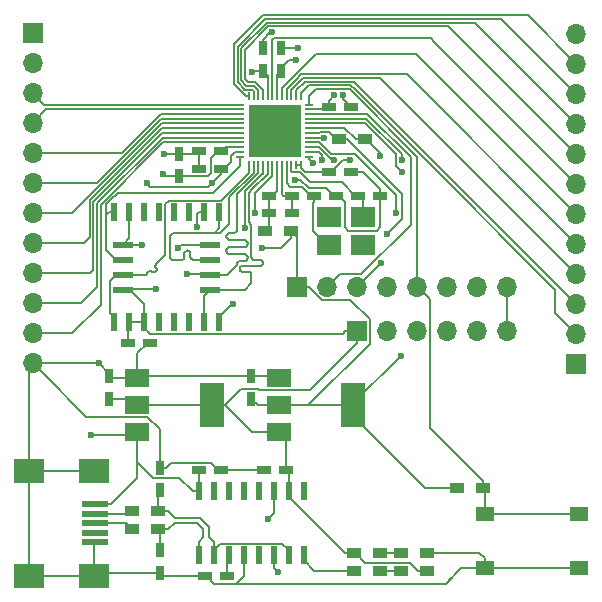
<source format=gbr>
G04 #@! TF.GenerationSoftware,KiCad,Pcbnew,(5.0.1-3-g963ef8bb5)*
G04 #@! TF.CreationDate,2018-11-25T15:30:40-05:00*
G04 #@! TF.ProjectId,fe310-dev,66653331302D6465762E6B696361645F,rev?*
G04 #@! TF.SameCoordinates,Original*
G04 #@! TF.FileFunction,Copper,L1,Top,Signal*
G04 #@! TF.FilePolarity,Positive*
%FSLAX46Y46*%
G04 Gerber Fmt 4.6, Leading zero omitted, Abs format (unit mm)*
G04 Created by KiCad (PCBNEW (5.0.1-3-g963ef8bb5)) date Sunday, November 25, 2018 at 03:30:40 PM*
%MOMM*%
%LPD*%
G01*
G04 APERTURE LIST*
G04 #@! TA.AperFunction,SMDPad,CuDef*
%ADD10R,0.600000X1.500000*%
G04 #@! TD*
G04 #@! TA.AperFunction,SMDPad,CuDef*
%ADD11R,1.200000X0.750000*%
G04 #@! TD*
G04 #@! TA.AperFunction,SMDPad,CuDef*
%ADD12R,0.750000X1.200000*%
G04 #@! TD*
G04 #@! TA.AperFunction,SMDPad,CuDef*
%ADD13R,1.200000X0.900000*%
G04 #@! TD*
G04 #@! TA.AperFunction,SMDPad,CuDef*
%ADD14R,2.500000X2.000000*%
G04 #@! TD*
G04 #@! TA.AperFunction,SMDPad,CuDef*
%ADD15R,2.300000X0.500000*%
G04 #@! TD*
G04 #@! TA.AperFunction,ComponentPad*
%ADD16O,1.700000X1.700000*%
G04 #@! TD*
G04 #@! TA.AperFunction,ComponentPad*
%ADD17R,1.700000X1.700000*%
G04 #@! TD*
G04 #@! TA.AperFunction,SMDPad,CuDef*
%ADD18R,1.550000X1.300000*%
G04 #@! TD*
G04 #@! TA.AperFunction,SMDPad,CuDef*
%ADD19R,2.000000X3.800000*%
G04 #@! TD*
G04 #@! TA.AperFunction,SMDPad,CuDef*
%ADD20R,2.000000X1.500000*%
G04 #@! TD*
G04 #@! TA.AperFunction,ViaPad*
%ADD21C,0.600000*%
G04 #@! TD*
G04 #@! TA.AperFunction,SMDPad,CuDef*
%ADD22R,4.400000X4.400000*%
G04 #@! TD*
G04 #@! TA.AperFunction,SMDPad,CuDef*
%ADD23R,0.650000X0.200000*%
G04 #@! TD*
G04 #@! TA.AperFunction,SMDPad,CuDef*
%ADD24R,0.200000X0.650000*%
G04 #@! TD*
G04 #@! TA.AperFunction,SMDPad,CuDef*
%ADD25R,1.750000X0.550000*%
G04 #@! TD*
G04 #@! TA.AperFunction,SMDPad,CuDef*
%ADD26R,2.100000X1.800000*%
G04 #@! TD*
G04 #@! TA.AperFunction,Conductor*
%ADD27C,0.150000*%
G04 #@! TD*
G04 #@! TA.AperFunction,Conductor*
%ADD28C,0.200000*%
G04 #@! TD*
G04 APERTURE END LIST*
D10*
G04 #@! TO.P,U6,16*
G04 #@! TO.N,QSPI_SCK*
X28909297Y-32159920D03*
G04 #@! TO.P,U6,15*
G04 #@! TO.N,QSPI_IO0*
X30179297Y-32159920D03*
G04 #@! TO.P,U6,14*
G04 #@! TO.N,N/C*
X31449297Y-32159920D03*
G04 #@! TO.P,U6,13*
X32719297Y-32159920D03*
G04 #@! TO.P,U6,12*
X33989297Y-32159920D03*
G04 #@! TO.P,U6,11*
X35259297Y-32159920D03*
G04 #@! TO.P,U6,10*
G04 #@! TO.N,GND*
X36529297Y-32159920D03*
G04 #@! TO.P,U6,9*
G04 #@! TO.N,QSPI_IO2*
X37799297Y-32159920D03*
G04 #@! TO.P,U6,8*
G04 #@! TO.N,QSPI_IO1*
X37799297Y-41459920D03*
G04 #@! TO.P,U6,7*
G04 #@! TO.N,QSPI_CS*
X36529297Y-41459920D03*
G04 #@! TO.P,U6,6*
G04 #@! TO.N,N/C*
X35259297Y-41459920D03*
G04 #@! TO.P,U6,5*
X33989297Y-41459920D03*
G04 #@! TO.P,U6,4*
X32719297Y-41459920D03*
G04 #@! TO.P,U6,3*
G04 #@! TO.N,+3V3*
X31449297Y-41459920D03*
G04 #@! TO.P,U6,2*
X30179297Y-41459920D03*
G04 #@! TO.P,U6,1*
G04 #@! TO.N,QSPI_IO3*
X28909297Y-41459920D03*
G04 #@! TD*
D11*
G04 #@! TO.P,C1,2*
G04 #@! TO.N,GND*
X37950000Y-54000000D03*
G04 #@! TO.P,C1,1*
G04 #@! TO.N,+5V*
X36050000Y-54000000D03*
G04 #@! TD*
G04 #@! TO.P,C2,2*
G04 #@! TO.N,GND*
X41550000Y-54000000D03*
G04 #@! TO.P,C2,1*
G04 #@! TO.N,+3V3*
X43450000Y-54000000D03*
G04 #@! TD*
D12*
G04 #@! TO.P,C3,2*
G04 #@! TO.N,GND*
X32750000Y-53800000D03*
G04 #@! TO.P,C3,1*
G04 #@! TO.N,/D-*
X32750000Y-55700000D03*
G04 #@! TD*
G04 #@! TO.P,C4,2*
G04 #@! TO.N,GND*
X28500000Y-46050000D03*
G04 #@! TO.P,C4,1*
G04 #@! TO.N,+3V3*
X28500000Y-47950000D03*
G04 #@! TD*
D11*
G04 #@! TO.P,C5,1*
G04 #@! TO.N,GND*
X36550000Y-63000000D03*
G04 #@! TO.P,C5,2*
G04 #@! TO.N,Net-(C5-Pad2)*
X38450000Y-63000000D03*
G04 #@! TD*
D12*
G04 #@! TO.P,C6,1*
G04 #@! TO.N,/D+*
X32750000Y-60800000D03*
G04 #@! TO.P,C6,2*
G04 #@! TO.N,GND*
X32750000Y-62700000D03*
G04 #@! TD*
G04 #@! TO.P,C7,2*
G04 #@! TO.N,GND*
X40500000Y-46050000D03*
G04 #@! TO.P,C7,1*
G04 #@! TO.N,+1V8*
X40500000Y-47950000D03*
G04 #@! TD*
G04 #@! TO.P,C8,2*
G04 #@! TO.N,GND*
X34400000Y-27200000D03*
G04 #@! TO.P,C8,1*
G04 #@! TO.N,+1V8*
X34400000Y-29100000D03*
G04 #@! TD*
G04 #@! TO.P,C9,1*
G04 #@! TO.N,+1V8*
X43000000Y-20200000D03*
G04 #@! TO.P,C9,2*
G04 #@! TO.N,GND*
X43000000Y-18300000D03*
G04 #@! TD*
D11*
G04 #@! TO.P,C10,1*
G04 #@! TO.N,+3V3*
X47050000Y-28750000D03*
G04 #@! TO.P,C10,2*
G04 #@! TO.N,GND*
X48950000Y-28750000D03*
G04 #@! TD*
G04 #@! TO.P,C11,1*
G04 #@! TO.N,+1V8*
X37950000Y-27000000D03*
G04 #@! TO.P,C11,2*
G04 #@! TO.N,GND*
X36050000Y-27000000D03*
G04 #@! TD*
D12*
G04 #@! TO.P,C12,2*
G04 #@! TO.N,GND*
X41500000Y-18300000D03*
G04 #@! TO.P,C12,1*
G04 #@! TO.N,+3V3*
X41500000Y-20200000D03*
G04 #@! TD*
D11*
G04 #@! TO.P,C13,1*
G04 #@! TO.N,Net-(C13-Pad1)*
X42050000Y-32250000D03*
G04 #@! TO.P,C13,2*
G04 #@! TO.N,Net-(C13-Pad2)*
X43950000Y-32250000D03*
G04 #@! TD*
G04 #@! TO.P,C14,2*
G04 #@! TO.N,GND*
X48950000Y-23250000D03*
G04 #@! TO.P,C14,1*
G04 #@! TO.N,+1V8*
X47050000Y-23250000D03*
G04 #@! TD*
G04 #@! TO.P,C15,1*
G04 #@! TO.N,+3V3*
X37950000Y-28500000D03*
G04 #@! TO.P,C15,2*
G04 #@! TO.N,GND*
X36050000Y-28500000D03*
G04 #@! TD*
G04 #@! TO.P,C16,2*
G04 #@! TO.N,Net-(C13-Pad2)*
X43950000Y-30750000D03*
G04 #@! TO.P,C16,1*
G04 #@! TO.N,Net-(C13-Pad1)*
X42050000Y-30750000D03*
G04 #@! TD*
G04 #@! TO.P,C17,1*
G04 #@! TO.N,+3V3*
X30050000Y-43200000D03*
G04 #@! TO.P,C17,2*
G04 #@! TO.N,GND*
X31950000Y-43200000D03*
G04 #@! TD*
G04 #@! TO.P,C18,2*
G04 #@! TO.N,GND*
X51450000Y-30750000D03*
G04 #@! TO.P,C18,1*
G04 #@! TO.N,Net-(C18-Pad1)*
X49550000Y-30750000D03*
G04 #@! TD*
G04 #@! TO.P,C19,1*
G04 #@! TO.N,Net-(C19-Pad1)*
X45800000Y-30750000D03*
G04 #@! TO.P,C19,2*
G04 #@! TO.N,GND*
X47700000Y-30750000D03*
G04 #@! TD*
D13*
G04 #@! TO.P,D1,2*
G04 #@! TO.N,Net-(D1-Pad2)*
X51400000Y-62500000D03*
G04 #@! TO.P,D1,1*
G04 #@! TO.N,Net-(D1-Pad1)*
X49200000Y-62500000D03*
G04 #@! TD*
D14*
G04 #@! TO.P,J1,6*
G04 #@! TO.N,GND*
X21700000Y-62950000D03*
X27200000Y-62950000D03*
X21700000Y-54050000D03*
X27200000Y-54050000D03*
D15*
G04 #@! TO.P,J1,5*
X27300000Y-60100000D03*
G04 #@! TO.P,J1,4*
G04 #@! TO.N,N/C*
X27300000Y-59300000D03*
G04 #@! TO.P,J1,3*
G04 #@! TO.N,Net-(J1-Pad3)*
X27300000Y-58500000D03*
G04 #@! TO.P,J1,2*
G04 #@! TO.N,Net-(J1-Pad2)*
X27300000Y-57700000D03*
G04 #@! TO.P,J1,1*
G04 #@! TO.N,+5V*
X27300000Y-56900000D03*
G04 #@! TD*
D16*
G04 #@! TO.P,J2,6*
G04 #@! TO.N,GND*
X62150000Y-42250000D03*
G04 #@! TO.P,J2,5*
G04 #@! TO.N,JTAG_TDI*
X59610000Y-42250000D03*
G04 #@! TO.P,J2,4*
G04 #@! TO.N,JTAG_TMS*
X57070000Y-42250000D03*
G04 #@! TO.P,J2,3*
G04 #@! TO.N,JTAG_TDO*
X54530000Y-42250000D03*
G04 #@! TO.P,J2,2*
G04 #@! TO.N,JTAG_TCK*
X51990000Y-42250000D03*
D17*
G04 #@! TO.P,J2,1*
G04 #@! TO.N,+3V3*
X49450000Y-42250000D03*
G04 #@! TD*
G04 #@! TO.P,J3,1*
G04 #@! TO.N,+3V3*
X68000000Y-45000000D03*
D16*
G04 #@! TO.P,J3,2*
G04 #@! TO.N,GPIO_0/PWM0_0*
X68000000Y-42460000D03*
G04 #@! TO.P,J3,3*
G04 #@! TO.N,GPIO_1/PWM0_1*
X68000000Y-39920000D03*
G04 #@! TO.P,J3,4*
G04 #@! TO.N,GPIO_2/SPI1_SS0/PWM0_2*
X68000000Y-37380000D03*
G04 #@! TO.P,J3,5*
G04 #@! TO.N,GPIO_3/SPI1_MOSI/PWM0_3*
X68000000Y-34840000D03*
G04 #@! TO.P,J3,6*
G04 #@! TO.N,GPIO_4/SPI1_MISO*
X68000000Y-32300000D03*
G04 #@! TO.P,J3,7*
G04 #@! TO.N,GPIO_5/SPI1_SCK*
X68000000Y-29760000D03*
G04 #@! TO.P,J3,8*
G04 #@! TO.N,GPIO_9/SPI1_SS2*
X68000000Y-27220000D03*
G04 #@! TO.P,J3,9*
G04 #@! TO.N,GPIO_10/SPI1_SS3/PWM2_0*
X68000000Y-24680000D03*
G04 #@! TO.P,J3,10*
G04 #@! TO.N,GPIO_11/PWM2_1*
X68000000Y-22140000D03*
G04 #@! TO.P,J3,11*
G04 #@! TO.N,GPIO_12/PWM2_2*
X68000000Y-19600000D03*
G04 #@! TO.P,J3,12*
G04 #@! TO.N,GND*
X68000000Y-17060000D03*
G04 #@! TD*
G04 #@! TO.P,J4,12*
G04 #@! TO.N,GND*
X22000000Y-44940000D03*
G04 #@! TO.P,J4,11*
G04 #@! TO.N,GPIO_23*
X22000000Y-42400000D03*
G04 #@! TO.P,J4,10*
G04 #@! TO.N,GPIO_22/PWM1_3*
X22000000Y-39860000D03*
G04 #@! TO.P,J4,9*
G04 #@! TO.N,GPIO_21/PWM1_2*
X22000000Y-37320000D03*
G04 #@! TO.P,J4,8*
G04 #@! TO.N,GPIO_20/PWM1_0*
X22000000Y-34780000D03*
G04 #@! TO.P,J4,7*
G04 #@! TO.N,GPIO_19/PWM1_1*
X22000000Y-32240000D03*
G04 #@! TO.P,J4,6*
G04 #@! TO.N,GPIO_18*
X22000000Y-29700000D03*
G04 #@! TO.P,J4,5*
G04 #@! TO.N,UART_TX*
X22000000Y-27160000D03*
G04 #@! TO.P,J4,4*
G04 #@! TO.N,UART_RX*
X22000000Y-24620000D03*
G04 #@! TO.P,J4,3*
G04 #@! TO.N,GPIO_13/PWM2_3*
X22000000Y-22080000D03*
G04 #@! TO.P,J4,2*
G04 #@! TO.N,+1V8*
X22000000Y-19540000D03*
D17*
G04 #@! TO.P,J4,1*
G04 #@! TO.N,+5V*
X22000000Y-17000000D03*
G04 #@! TD*
D16*
G04 #@! TO.P,J5,8*
G04 #@! TO.N,GND*
X62180000Y-38500000D03*
G04 #@! TO.P,J5,7*
G04 #@! TO.N,AON_PSD_LFCLKSEL*
X59640000Y-38500000D03*
G04 #@! TO.P,J5,6*
G04 #@! TO.N,AON_PSD_LFALTCLK*
X57100000Y-38500000D03*
G04 #@! TO.P,J5,5*
G04 #@! TO.N,AON_ERST_N*
X54560000Y-38500000D03*
G04 #@! TO.P,J5,4*
G04 #@! TO.N,AON_PMU_DWAKEUP_N*
X52020000Y-38500000D03*
G04 #@! TO.P,J5,3*
G04 #@! TO.N,AON_PMU_OUT_1*
X49480000Y-38500000D03*
G04 #@! TO.P,J5,2*
G04 #@! TO.N,AON_PMU_OUT_0*
X46940000Y-38500000D03*
D17*
G04 #@! TO.P,J5,1*
G04 #@! TO.N,+1V8*
X44400000Y-38500000D03*
G04 #@! TD*
D13*
G04 #@! TO.P,R1,1*
G04 #@! TO.N,Net-(J1-Pad3)*
X30400000Y-59000000D03*
G04 #@! TO.P,R1,2*
G04 #@! TO.N,/D+*
X32600000Y-59000000D03*
G04 #@! TD*
G04 #@! TO.P,R2,2*
G04 #@! TO.N,/D-*
X32600000Y-57500000D03*
G04 #@! TO.P,R2,1*
G04 #@! TO.N,Net-(J1-Pad2)*
X30400000Y-57500000D03*
G04 #@! TD*
G04 #@! TO.P,R3,1*
G04 #@! TO.N,+3V3*
X55400000Y-62500000D03*
G04 #@! TO.P,R3,2*
G04 #@! TO.N,Net-(D1-Pad2)*
X53200000Y-62500000D03*
G04 #@! TD*
G04 #@! TO.P,R4,2*
G04 #@! TO.N,+1V8*
X43850000Y-33750000D03*
G04 #@! TO.P,R4,1*
G04 #@! TO.N,Net-(C13-Pad1)*
X41650000Y-33750000D03*
G04 #@! TD*
G04 #@! TO.P,R5,2*
G04 #@! TO.N,AON_ERST_N*
X60100000Y-55500000D03*
G04 #@! TO.P,R5,1*
G04 #@! TO.N,+1V8*
X57900000Y-55500000D03*
G04 #@! TD*
G04 #@! TO.P,R6,1*
G04 #@! TO.N,+1V8*
X50100000Y-26000000D03*
G04 #@! TO.P,R6,2*
G04 #@! TO.N,AON_PMU_DWAKEUP_N*
X47900000Y-26000000D03*
G04 #@! TD*
D18*
G04 #@! TO.P,SW1,2*
G04 #@! TO.N,AON_ERST_N*
X60270000Y-57750000D03*
G04 #@! TO.P,SW1,1*
G04 #@! TO.N,GND*
X60270000Y-62250000D03*
X68230000Y-62250000D03*
G04 #@! TO.P,SW1,2*
G04 #@! TO.N,AON_ERST_N*
X68230000Y-57750000D03*
G04 #@! TD*
D19*
G04 #@! TO.P,U1,2*
G04 #@! TO.N,+3V3*
X37150000Y-48500000D03*
D20*
X30850000Y-48500000D03*
G04 #@! TO.P,U1,3*
G04 #@! TO.N,+5V*
X30850000Y-50800000D03*
G04 #@! TO.P,U1,1*
G04 #@! TO.N,GND*
X30850000Y-46200000D03*
G04 #@! TD*
G04 #@! TO.P,U2,1*
G04 #@! TO.N,GND*
X42850000Y-46200000D03*
G04 #@! TO.P,U2,3*
G04 #@! TO.N,+3V3*
X42850000Y-50800000D03*
G04 #@! TO.P,U2,2*
G04 #@! TO.N,+1V8*
X42850000Y-48500000D03*
D19*
X49150000Y-48500000D03*
G04 #@! TD*
D10*
G04 #@! TO.P,U3,16*
G04 #@! TO.N,+5V*
X36055000Y-55800000D03*
G04 #@! TO.P,U3,15*
G04 #@! TO.N,N/C*
X37325000Y-55800000D03*
G04 #@! TO.P,U3,14*
X38595000Y-55800000D03*
G04 #@! TO.P,U3,13*
X39865000Y-55800000D03*
G04 #@! TO.P,U3,12*
X41135000Y-55800000D03*
G04 #@! TO.P,U3,11*
G04 #@! TO.N,UART_TX*
X42405000Y-55800000D03*
G04 #@! TO.P,U3,10*
G04 #@! TO.N,+3V3*
X43675000Y-55800000D03*
G04 #@! TO.P,U3,9*
G04 #@! TO.N,N/C*
X44945000Y-55800000D03*
G04 #@! TO.P,U3,8*
G04 #@! TO.N,Net-(D1-Pad1)*
X44945000Y-61200000D03*
G04 #@! TO.P,U3,7*
G04 #@! TO.N,/D-*
X43675000Y-61200000D03*
G04 #@! TO.P,U3,6*
G04 #@! TO.N,UART_RX*
X42405000Y-61200000D03*
G04 #@! TO.P,U3,5*
G04 #@! TO.N,N/C*
X41135000Y-61200000D03*
G04 #@! TO.P,U3,4*
G04 #@! TO.N,GND*
X39865000Y-61200000D03*
G04 #@! TO.P,U3,3*
G04 #@! TO.N,Net-(C5-Pad2)*
X38595000Y-61200000D03*
G04 #@! TO.P,U3,2*
G04 #@! TO.N,/D-*
X37325000Y-61200000D03*
G04 #@! TO.P,U3,1*
G04 #@! TO.N,/D+*
X36055000Y-61200000D03*
G04 #@! TD*
D21*
G04 #@! TO.N,GND*
G04 #@! TO.C,U4*
X43233333Y-23783333D03*
X41766667Y-23783333D03*
X43966667Y-24516667D03*
X43233333Y-24516667D03*
X42500000Y-24516667D03*
X41766667Y-24516667D03*
X41033333Y-24516667D03*
X43233333Y-25250000D03*
X41766667Y-25250000D03*
X43966667Y-25983333D03*
X43233333Y-25983333D03*
X42500000Y-25983333D03*
X41766667Y-25983333D03*
X41033333Y-25983333D03*
X43233333Y-26716667D03*
X41766667Y-26716667D03*
D22*
G04 #@! TD*
G04 #@! TO.P,U4,49*
G04 #@! TO.N,GND*
X42500000Y-25250000D03*
D23*
G04 #@! TO.P,U4,48*
G04 #@! TO.N,QSPI_SCK*
X39575000Y-27450000D03*
G04 #@! TO.P,U4,47*
G04 #@! TO.N,+3V3*
X39575000Y-27050000D03*
G04 #@! TO.P,U4,46*
G04 #@! TO.N,+1V8*
X39575000Y-26650000D03*
G04 #@! TO.P,U4,45*
G04 #@! TO.N,GPIO_23*
X39575000Y-26250000D03*
G04 #@! TO.P,U4,44*
G04 #@! TO.N,GPIO_22/PWM1_3*
X39575000Y-25850000D03*
G04 #@! TO.P,U4,43*
G04 #@! TO.N,GPIO_21/PWM1_2*
X39575000Y-25450000D03*
G04 #@! TO.P,U4,42*
G04 #@! TO.N,GPIO_20/PWM1_0*
X39575000Y-25050000D03*
G04 #@! TO.P,U4,41*
G04 #@! TO.N,GPIO_19/PWM1_1*
X39575000Y-24650000D03*
G04 #@! TO.P,U4,40*
G04 #@! TO.N,GPIO_18*
X39575000Y-24250000D03*
G04 #@! TO.P,U4,39*
G04 #@! TO.N,UART_TX*
X39575000Y-23850000D03*
G04 #@! TO.P,U4,38*
G04 #@! TO.N,UART_RX*
X39575000Y-23450000D03*
G04 #@! TO.P,U4,37*
G04 #@! TO.N,GPIO_13/PWM2_3*
X39575000Y-23050000D03*
D24*
G04 #@! TO.P,U4,36*
G04 #@! TO.N,GPIO_12/PWM2_2*
X40300000Y-22325000D03*
G04 #@! TO.P,U4,35*
G04 #@! TO.N,GPIO_11/PWM2_1*
X40700000Y-22325000D03*
G04 #@! TO.P,U4,34*
G04 #@! TO.N,GPIO_10/SPI1_SS3/PWM2_0*
X41100000Y-22325000D03*
G04 #@! TO.P,U4,33*
G04 #@! TO.N,GPIO_9/SPI1_SS2*
X41500000Y-22325000D03*
G04 #@! TO.P,U4,32*
G04 #@! TO.N,+3V3*
X41900000Y-22325000D03*
G04 #@! TO.P,U4,31*
G04 #@! TO.N,GPIO_5/SPI1_SCK*
X42300000Y-22325000D03*
G04 #@! TO.P,U4,30*
G04 #@! TO.N,+1V8*
X42700000Y-22325000D03*
G04 #@! TO.P,U4,29*
G04 #@! TO.N,GPIO_4/SPI1_MISO*
X43100000Y-22325000D03*
G04 #@! TO.P,U4,28*
G04 #@! TO.N,GPIO_3/SPI1_MOSI/PWM0_3*
X43500000Y-22325000D03*
G04 #@! TO.P,U4,27*
G04 #@! TO.N,GPIO_2/SPI1_SS0/PWM0_2*
X43900000Y-22325000D03*
G04 #@! TO.P,U4,26*
G04 #@! TO.N,GPIO_1/PWM0_1*
X44300000Y-22325000D03*
G04 #@! TO.P,U4,25*
G04 #@! TO.N,GPIO_0/PWM0_0*
X44700000Y-22325000D03*
D23*
G04 #@! TO.P,U4,24*
G04 #@! TO.N,AON_ERST_N*
X45425000Y-23050000D03*
G04 #@! TO.P,U4,23*
G04 #@! TO.N,+1V8*
X45425000Y-23450000D03*
G04 #@! TO.P,U4,22*
G04 #@! TO.N,AON_PMU_OUT_0*
X45425000Y-23850000D03*
G04 #@! TO.P,U4,21*
G04 #@! TO.N,AON_PSD_LFCLKSEL*
X45425000Y-24250000D03*
G04 #@! TO.P,U4,20*
G04 #@! TO.N,AON_PSD_LFALTCLK*
X45425000Y-24650000D03*
G04 #@! TO.P,U4,19*
G04 #@! TO.N,+1V8*
X45425000Y-25050000D03*
G04 #@! TO.P,U4,18*
G04 #@! TO.N,AON_PMU_DWAKEUP_N*
X45425000Y-25450000D03*
G04 #@! TO.P,U4,17*
G04 #@! TO.N,AON_PMU_OUT_1*
X45425000Y-25850000D03*
G04 #@! TO.P,U4,16*
G04 #@! TO.N,JTAG_TDI*
X45425000Y-26250000D03*
G04 #@! TO.P,U4,15*
G04 #@! TO.N,JTAG_TMS*
X45425000Y-26650000D03*
G04 #@! TO.P,U4,14*
G04 #@! TO.N,JTAG_TDO*
X45425000Y-27050000D03*
G04 #@! TO.P,U4,13*
G04 #@! TO.N,JTAG_TCK*
X45425000Y-27450000D03*
D24*
G04 #@! TO.P,U4,12*
G04 #@! TO.N,+3V3*
X44700000Y-28175000D03*
G04 #@! TO.P,U4,11*
X44300000Y-28175000D03*
G04 #@! TO.P,U4,10*
G04 #@! TO.N,Net-(C18-Pad1)*
X43900000Y-28175000D03*
G04 #@! TO.P,U4,9*
G04 #@! TO.N,Net-(C19-Pad1)*
X43500000Y-28175000D03*
G04 #@! TO.P,U4,8*
G04 #@! TO.N,Net-(C13-Pad2)*
X43100000Y-28175000D03*
G04 #@! TO.P,U4,7*
G04 #@! TO.N,Net-(C13-Pad1)*
X42700000Y-28175000D03*
G04 #@! TO.P,U4,6*
G04 #@! TO.N,+1V8*
X42300000Y-28175000D03*
G04 #@! TO.P,U4,5*
G04 #@! TO.N,QSPI_CS*
X41900000Y-28175000D03*
G04 #@! TO.P,U4,4*
G04 #@! TO.N,QSPI_IO0*
X41500000Y-28175000D03*
G04 #@! TO.P,U4,3*
G04 #@! TO.N,QSPI_IO1*
X41100000Y-28175000D03*
G04 #@! TO.P,U4,2*
G04 #@! TO.N,QSPI_IO2*
X40700000Y-28175000D03*
G04 #@! TO.P,U4,1*
G04 #@! TO.N,QSPI_IO3*
X40300000Y-28175000D03*
G04 #@! TD*
D25*
G04 #@! TO.P,U5,8*
G04 #@! TO.N,+3V3*
X29654297Y-38714920D03*
G04 #@! TO.P,U5,7*
G04 #@! TO.N,QSPI_IO3*
X29654297Y-37444920D03*
G04 #@! TO.P,U5,6*
G04 #@! TO.N,QSPI_SCK*
X29654297Y-36174920D03*
G04 #@! TO.P,U5,5*
G04 #@! TO.N,QSPI_IO0*
X29654297Y-34904920D03*
G04 #@! TO.P,U5,4*
G04 #@! TO.N,GND*
X37054297Y-34904920D03*
G04 #@! TO.P,U5,3*
G04 #@! TO.N,QSPI_IO2*
X37054297Y-36174920D03*
G04 #@! TO.P,U5,2*
G04 #@! TO.N,QSPI_IO1*
X37054297Y-37444920D03*
G04 #@! TO.P,U5,1*
G04 #@! TO.N,QSPI_CS*
X37054297Y-38714920D03*
G04 #@! TD*
D26*
G04 #@! TO.P,Y1,4*
G04 #@! TO.N,N/C*
X47050000Y-32600000D03*
G04 #@! TO.P,Y1,3*
G04 #@! TO.N,Net-(C18-Pad1)*
X49950000Y-32600000D03*
G04 #@! TO.P,Y1,2*
G04 #@! TO.N,N/C*
X49950000Y-34900000D03*
G04 #@! TO.P,Y1,1*
G04 #@! TO.N,Net-(C19-Pad1)*
X47050000Y-34900000D03*
G04 #@! TD*
D13*
G04 #@! TO.P,D2,2*
G04 #@! TO.N,+3V3*
X49200000Y-61000000D03*
G04 #@! TO.P,D2,1*
G04 #@! TO.N,Net-(D2-Pad1)*
X51400000Y-61000000D03*
G04 #@! TD*
G04 #@! TO.P,R7,2*
G04 #@! TO.N,GND*
X55400000Y-61000000D03*
G04 #@! TO.P,R7,1*
G04 #@! TO.N,Net-(D2-Pad1)*
X53200000Y-61000000D03*
G04 #@! TD*
D21*
G04 #@! TO.N,GND*
X35900000Y-33375000D03*
X34300000Y-35200000D03*
X42250000Y-16925030D03*
X44450000Y-18250000D03*
X48300000Y-22275000D03*
X27615000Y-44940000D03*
X33100000Y-27250000D03*
X44250000Y-29400000D03*
G04 #@! TO.N,+5V*
X26900000Y-51000000D03*
G04 #@! TO.N,+3V3*
X40550000Y-20250000D03*
X37150000Y-29700000D03*
X32450000Y-38700000D03*
X31649998Y-29700000D03*
X48900000Y-27749999D03*
G04 #@! TO.N,+1V8*
X47500000Y-22275000D03*
X44300000Y-19300000D03*
X40850000Y-32250000D03*
X41450000Y-35200000D03*
X33050000Y-28900000D03*
X51400000Y-27400000D03*
X53200000Y-44300000D03*
G04 #@! TO.N,JTAG_TDI*
X52750000Y-32250000D03*
G04 #@! TO.N,JTAG_TMS*
X47500000Y-27750000D03*
G04 #@! TO.N,JTAG_TDO*
X46500000Y-27750000D03*
G04 #@! TO.N,JTAG_TCK*
X45750000Y-28000000D03*
G04 #@! TO.N,UART_TX*
X41950000Y-58100000D03*
G04 #@! TO.N,UART_RX*
X42800000Y-62650000D03*
G04 #@! TO.N,AON_PSD_LFCLKSEL*
X53250000Y-27750000D03*
G04 #@! TO.N,AON_PSD_LFALTCLK*
X53250000Y-28750000D03*
G04 #@! TO.N,AON_PMU_DWAKEUP_N*
X52020000Y-34000000D03*
G04 #@! TO.N,AON_PMU_OUT_1*
X46625895Y-25861459D03*
X51495000Y-36500000D03*
G04 #@! TO.N,QSPI_IO0*
X31300000Y-34900000D03*
X40000000Y-33500000D03*
G04 #@! TO.N,QSPI_IO1*
X39000000Y-39900000D03*
X35100000Y-37400000D03*
G04 #@! TD*
D27*
G04 #@! TO.N,GND*
X33050000Y-63000000D02*
X32750000Y-62700000D01*
X36550000Y-63000000D02*
X33050000Y-63000000D01*
X27450000Y-62700000D02*
X27200000Y-62950000D01*
X32750000Y-62700000D02*
X27450000Y-62700000D01*
X27200000Y-62950000D02*
X21700000Y-62950000D01*
X27200000Y-60200000D02*
X27300000Y-60100000D01*
X27200000Y-62950000D02*
X27200000Y-60200000D01*
X21700000Y-54050000D02*
X27200000Y-54050000D01*
X39865000Y-62965002D02*
X39865000Y-61200000D01*
X39230001Y-63600001D02*
X39865000Y-62965002D01*
X36775000Y-63000000D02*
X37375001Y-63600001D01*
X36550000Y-63000000D02*
X36775000Y-63000000D01*
X34595080Y-34904920D02*
X34300000Y-35200000D01*
X37054297Y-34904920D02*
X34595080Y-34904920D01*
X28650000Y-46200000D02*
X28500000Y-46050000D01*
X30850000Y-46200000D02*
X28650000Y-46200000D01*
X28500000Y-45825000D02*
X28500000Y-46050000D01*
X27615000Y-44940000D02*
X28500000Y-45825000D01*
X22000000Y-44940000D02*
X27615000Y-44940000D01*
X42700000Y-46050000D02*
X42850000Y-46200000D01*
X40500000Y-46050000D02*
X42700000Y-46050000D01*
X33275000Y-53800000D02*
X32750000Y-53800000D01*
X33675001Y-53399999D02*
X33275000Y-53800000D01*
X37124999Y-53399999D02*
X33675001Y-53399999D01*
X37725000Y-54000000D02*
X37124999Y-53399999D01*
X37950000Y-54000000D02*
X37725000Y-54000000D01*
X41550000Y-54000000D02*
X37950000Y-54000000D01*
X31000000Y-46050000D02*
X30850000Y-46200000D01*
X40500000Y-46050000D02*
X31000000Y-46050000D01*
X49700000Y-28750000D02*
X48950000Y-28750000D01*
X49975000Y-28750000D02*
X49700000Y-28750000D01*
X51450000Y-30225000D02*
X49975000Y-28750000D01*
X51450000Y-30750000D02*
X51450000Y-30225000D01*
X30850000Y-45300000D02*
X30850000Y-46200000D01*
X30850000Y-44075000D02*
X30850000Y-45300000D01*
X31725000Y-43200000D02*
X30850000Y-44075000D01*
X31950000Y-43200000D02*
X31725000Y-43200000D01*
X59820000Y-61000000D02*
X60270000Y-61450000D01*
X60270000Y-61450000D02*
X60270000Y-62250000D01*
X56600000Y-61000000D02*
X59820000Y-61000000D01*
X60270000Y-62250000D02*
X68230000Y-62250000D01*
X56955001Y-63600001D02*
X38750000Y-63600001D01*
X57425001Y-63130001D02*
X56955001Y-63600001D01*
X55400000Y-61000000D02*
X55550000Y-61000000D01*
X38750000Y-63600001D02*
X39230001Y-63600001D01*
X37375001Y-63600001D02*
X38750000Y-63600001D01*
X58305002Y-62250000D02*
X60270000Y-62250000D01*
X56955001Y-63600001D02*
X58305002Y-62250000D01*
X62150000Y-38530000D02*
X62180000Y-38500000D01*
X62150000Y-42250000D02*
X62150000Y-38530000D01*
X42124970Y-16925030D02*
X42250000Y-16925030D01*
X41500000Y-17550000D02*
X42124970Y-16925030D01*
X41500000Y-18300000D02*
X41500000Y-17550000D01*
X43050000Y-18250000D02*
X43000000Y-18300000D01*
X44450000Y-18250000D02*
X43050000Y-18250000D01*
X48300000Y-22600000D02*
X48950000Y-23250000D01*
X48300000Y-22275000D02*
X48300000Y-22600000D01*
X36050000Y-27975000D02*
X36050000Y-27000000D01*
X36050000Y-28500000D02*
X36050000Y-27975000D01*
X35850000Y-27200000D02*
X36050000Y-27000000D01*
X34400000Y-27200000D02*
X35850000Y-27200000D01*
X21700000Y-45240000D02*
X22000000Y-44940000D01*
X21700000Y-54050000D02*
X21700000Y-45240000D01*
X21700000Y-62950000D02*
X21700000Y-54050000D01*
X36079297Y-32159920D02*
X36529297Y-32159920D01*
X35900000Y-32339217D02*
X36079297Y-32159920D01*
X35900000Y-33375000D02*
X35900000Y-32339217D01*
X34350000Y-27250000D02*
X34400000Y-27200000D01*
X33100000Y-27250000D02*
X34350000Y-27250000D01*
X51450000Y-31275000D02*
X51450000Y-30750000D01*
X51450000Y-33455002D02*
X51450000Y-31275000D01*
X51180001Y-33725001D02*
X51450000Y-33455002D01*
X48719999Y-33725001D02*
X51180001Y-33725001D01*
X48450000Y-33455002D02*
X48719999Y-33725001D01*
X48450000Y-31275000D02*
X48450000Y-33455002D01*
X47925000Y-30750000D02*
X48450000Y-31275000D01*
X47700000Y-30750000D02*
X47925000Y-30750000D01*
X44649278Y-29400000D02*
X44250000Y-29400000D01*
X45399277Y-30149999D02*
X44649278Y-29400000D01*
X46874999Y-30149999D02*
X45399277Y-30149999D01*
X47475000Y-30750000D02*
X46874999Y-30149999D01*
X47700000Y-30750000D02*
X47475000Y-30750000D01*
X22849999Y-45789999D02*
X22000000Y-44940000D01*
X26535001Y-49475001D02*
X22849999Y-45789999D01*
X31680003Y-49475001D02*
X26535001Y-49475001D01*
X32750000Y-50544998D02*
X31680003Y-49475001D01*
X32750000Y-53800000D02*
X32750000Y-50544998D01*
X56600000Y-61000000D02*
X55400000Y-61000000D01*
G04 #@! TO.N,+5V*
X30850000Y-54650000D02*
X30850000Y-51700000D01*
X28600000Y-56900000D02*
X30850000Y-54650000D01*
X27300000Y-56900000D02*
X28600000Y-56900000D01*
X36055000Y-54005000D02*
X36050000Y-54000000D01*
X36055000Y-55800000D02*
X36055000Y-54005000D01*
X30850000Y-51700000D02*
X30850000Y-50800000D01*
X30850000Y-53280002D02*
X30850000Y-51700000D01*
X32194999Y-54625001D02*
X30850000Y-53280002D01*
X34430001Y-54625001D02*
X32194999Y-54625001D01*
X35605000Y-55800000D02*
X34430001Y-54625001D01*
X36055000Y-55800000D02*
X35605000Y-55800000D01*
X30650000Y-51000000D02*
X30850000Y-50800000D01*
X26900000Y-51000000D02*
X30650000Y-51000000D01*
G04 #@! TO.N,+3V3*
X31449297Y-41459920D02*
X30179297Y-41459920D01*
X30254297Y-38714920D02*
X29654297Y-38714920D01*
X31449297Y-39909920D02*
X30254297Y-38714920D01*
X31449297Y-41459920D02*
X31449297Y-39909920D01*
X30300000Y-47950000D02*
X30850000Y-48500000D01*
X28500000Y-47950000D02*
X30300000Y-47950000D01*
X30850000Y-48500000D02*
X37150000Y-48500000D01*
X41700000Y-50800000D02*
X42850000Y-50800000D01*
X40600000Y-50800000D02*
X41700000Y-50800000D01*
X38300000Y-48500000D02*
X40600000Y-50800000D01*
X43675000Y-54225000D02*
X43450000Y-54000000D01*
X43675000Y-55800000D02*
X43675000Y-54225000D01*
X43450000Y-51400000D02*
X42850000Y-50800000D01*
X43450000Y-54000000D02*
X43450000Y-51400000D01*
X44700000Y-28400000D02*
X44700000Y-28175000D01*
X45050000Y-28750000D02*
X44700000Y-28400000D01*
X47050000Y-28750000D02*
X45050000Y-28750000D01*
X44700000Y-28175000D02*
X44300000Y-28175000D01*
X30050000Y-41589217D02*
X30179297Y-41459920D01*
X30050000Y-43200000D02*
X30050000Y-41589217D01*
X41900000Y-20600000D02*
X41500000Y-20200000D01*
X41900000Y-22325000D02*
X41900000Y-20600000D01*
X38300000Y-48500000D02*
X37150000Y-48500000D01*
X39675001Y-47124999D02*
X38300000Y-48500000D01*
X41055001Y-47124999D02*
X39675001Y-47124999D01*
X41180002Y-47250000D02*
X41055001Y-47124999D01*
X45450000Y-47250000D02*
X41180002Y-47250000D01*
X49450000Y-43250000D02*
X45450000Y-47250000D01*
X49450000Y-42250000D02*
X49450000Y-43250000D01*
X40600000Y-20200000D02*
X40550000Y-20250000D01*
X41500000Y-20200000D02*
X40600000Y-20200000D01*
X37950000Y-28900000D02*
X37950000Y-28500000D01*
X37150000Y-29700000D02*
X37950000Y-28900000D01*
X38175000Y-28500000D02*
X37950000Y-28500000D01*
X38775001Y-27899999D02*
X38175000Y-28500000D01*
X38775001Y-27374999D02*
X38775001Y-27899999D01*
X39100000Y-27050000D02*
X38775001Y-27374999D01*
X39575000Y-27050000D02*
X39100000Y-27050000D01*
X31449297Y-41909920D02*
X31449297Y-41459920D01*
X31974298Y-42434921D02*
X31449297Y-41909920D01*
X48450000Y-42250000D02*
X48265079Y-42434921D01*
X48265079Y-42434921D02*
X31974298Y-42434921D01*
X49450000Y-42250000D02*
X48450000Y-42250000D01*
X29669217Y-38700000D02*
X29654297Y-38714920D01*
X32450000Y-38700000D02*
X29669217Y-38700000D01*
X31949997Y-29999999D02*
X31649998Y-29700000D01*
X36850001Y-29999999D02*
X31949997Y-29999999D01*
X37150000Y-29700000D02*
X36850001Y-29999999D01*
X48275001Y-27749999D02*
X48900000Y-27749999D01*
X47275000Y-28750000D02*
X48275001Y-27749999D01*
X47050000Y-28750000D02*
X47275000Y-28750000D01*
X43675000Y-56250000D02*
X43675000Y-55800000D01*
X48425000Y-61000000D02*
X43675000Y-56250000D01*
X49200000Y-61000000D02*
X48425000Y-61000000D01*
X54650000Y-62500000D02*
X55400000Y-62500000D01*
X53974999Y-61824999D02*
X54650000Y-62500000D01*
X50174999Y-61824999D02*
X53974999Y-61824999D01*
X49350000Y-61000000D02*
X50174999Y-61824999D01*
X49200000Y-61000000D02*
X49350000Y-61000000D01*
G04 #@! TO.N,Net-(C5-Pad2)*
X38450000Y-61345000D02*
X38595000Y-61200000D01*
X38450000Y-63000000D02*
X38450000Y-61345000D01*
G04 #@! TO.N,+1V8*
X41050000Y-48500000D02*
X40500000Y-47950000D01*
X42850000Y-48500000D02*
X41050000Y-48500000D01*
X42850000Y-48500000D02*
X49150000Y-48500000D01*
X46850000Y-23450000D02*
X47050000Y-23250000D01*
X45425000Y-23450000D02*
X46850000Y-23450000D01*
X49350000Y-26000000D02*
X50100000Y-26000000D01*
X48386449Y-25036449D02*
X49350000Y-26000000D01*
X45913551Y-25036449D02*
X48386449Y-25036449D01*
X45900000Y-25050000D02*
X45913551Y-25036449D01*
X45425000Y-25050000D02*
X45900000Y-25050000D01*
X47050000Y-22725000D02*
X47500000Y-22275000D01*
X47050000Y-23250000D02*
X47050000Y-22725000D01*
X42700000Y-20500000D02*
X43000000Y-20200000D01*
X42700000Y-22325000D02*
X42700000Y-20500000D01*
X49150000Y-49400000D02*
X49150000Y-48500000D01*
X55250000Y-55500000D02*
X49150000Y-49400000D01*
X57900000Y-55500000D02*
X55250000Y-55500000D01*
X44400000Y-34300000D02*
X43850000Y-33750000D01*
X44400000Y-38500000D02*
X44400000Y-34300000D01*
X43675000Y-19300000D02*
X44300000Y-19300000D01*
X43000000Y-19975000D02*
X43675000Y-19300000D01*
X43000000Y-20200000D02*
X43000000Y-19975000D01*
X38300000Y-26650000D02*
X37950000Y-27000000D01*
X39575000Y-26650000D02*
X38300000Y-26650000D01*
X37725000Y-27000000D02*
X37950000Y-27000000D01*
X37124999Y-27600001D02*
X37725000Y-27000000D01*
X37124999Y-28805003D02*
X37124999Y-27600001D01*
X36830002Y-29100000D02*
X37124999Y-28805003D01*
X34400000Y-29100000D02*
X36830002Y-29100000D01*
X42300000Y-29119998D02*
X40850000Y-30569998D01*
X40850000Y-30569998D02*
X40850000Y-32250000D01*
X42300000Y-28175000D02*
X42300000Y-29119998D01*
X43850000Y-34350000D02*
X43850000Y-33750000D01*
X43000000Y-35200000D02*
X43850000Y-34350000D01*
X41450000Y-35200000D02*
X43000000Y-35200000D01*
X45400000Y-38500000D02*
X44400000Y-38500000D01*
X46475001Y-39575001D02*
X45400000Y-38500000D01*
X48880003Y-39575001D02*
X46475001Y-39575001D01*
X50525001Y-41219999D02*
X48880003Y-39575001D01*
X50525001Y-43280001D02*
X50525001Y-41219999D01*
X45305002Y-48500000D02*
X50525001Y-43280001D01*
X42850000Y-48500000D02*
X45305002Y-48500000D01*
X33250000Y-29100000D02*
X33050000Y-28900000D01*
X34400000Y-29100000D02*
X33250000Y-29100000D01*
X51400000Y-27150000D02*
X51400000Y-27400000D01*
X50250000Y-26000000D02*
X51400000Y-27150000D01*
X50100000Y-26000000D02*
X50250000Y-26000000D01*
X49150000Y-48350000D02*
X49150000Y-48500000D01*
X53200000Y-44300000D02*
X49150000Y-48350000D01*
G04 #@! TO.N,Net-(C13-Pad1)*
X42050000Y-32250000D02*
X42050000Y-30750000D01*
X42050000Y-33350000D02*
X41650000Y-33750000D01*
X42050000Y-32250000D02*
X42050000Y-33350000D01*
X42700000Y-28650000D02*
X42700000Y-28175000D01*
X42700000Y-30325000D02*
X42700000Y-28650000D01*
X42275000Y-30750000D02*
X42700000Y-30325000D01*
X42050000Y-30750000D02*
X42275000Y-30750000D01*
G04 #@! TO.N,Net-(C13-Pad2)*
X43950000Y-32250000D02*
X43950000Y-30750000D01*
X43100000Y-28650000D02*
X43100000Y-28175000D01*
X43100000Y-30650000D02*
X43100000Y-28650000D01*
X43200000Y-30750000D02*
X43100000Y-30650000D01*
X43950000Y-30750000D02*
X43200000Y-30750000D01*
G04 #@! TO.N,Net-(C18-Pad1)*
X49950000Y-31150000D02*
X49550000Y-30750000D01*
X49950000Y-32600000D02*
X49950000Y-31150000D01*
X48175000Y-29600000D02*
X49325000Y-30750000D01*
X45475722Y-29600000D02*
X48175000Y-29600000D01*
X44600723Y-28725001D02*
X45475722Y-29600000D01*
X49325000Y-30750000D02*
X49550000Y-30750000D01*
X43975001Y-28725001D02*
X44600723Y-28725001D01*
X43900000Y-28650000D02*
X43975001Y-28725001D01*
X43900000Y-28175000D02*
X43900000Y-28650000D01*
G04 #@! TO.N,Net-(C19-Pad1)*
X43500000Y-28175000D02*
X43500000Y-29700000D01*
X43500000Y-29700000D02*
X43800000Y-30000000D01*
X45575000Y-30750000D02*
X45800000Y-30750000D01*
X44825000Y-30000000D02*
X45575000Y-30750000D01*
X43800000Y-30000000D02*
X44825000Y-30000000D01*
X46900000Y-34900000D02*
X47050000Y-34900000D01*
X45774999Y-33774999D02*
X46900000Y-34900000D01*
X45800000Y-31275000D02*
X45774999Y-31300001D01*
X45774999Y-31300001D02*
X45774999Y-33774999D01*
X45800000Y-30750000D02*
X45800000Y-31275000D01*
G04 #@! TO.N,Net-(D1-Pad2)*
X51400000Y-62500000D02*
X53200000Y-62500000D01*
G04 #@! TO.N,Net-(D1-Pad1)*
X44945000Y-61650000D02*
X44945000Y-61200000D01*
X45795000Y-62500000D02*
X44945000Y-61650000D01*
X45795000Y-62500000D02*
X49200000Y-62500000D01*
G04 #@! TO.N,Net-(J1-Pad3)*
X29900000Y-58500000D02*
X30400000Y-59000000D01*
X27300000Y-58500000D02*
X29900000Y-58500000D01*
G04 #@! TO.N,Net-(J1-Pad2)*
X30200000Y-57700000D02*
X30400000Y-57500000D01*
X27300000Y-57700000D02*
X30200000Y-57700000D01*
G04 #@! TO.N,JTAG_TDI*
X52750000Y-30669998D02*
X52750000Y-32250000D01*
X47247819Y-27224999D02*
X49305001Y-27224999D01*
X46272820Y-26250000D02*
X47247819Y-27224999D01*
X49305001Y-27224999D02*
X52750000Y-30669998D01*
X45425000Y-26250000D02*
X46272820Y-26250000D01*
G04 #@! TO.N,JTAG_TMS*
X47348542Y-27750000D02*
X47500000Y-27750000D01*
X46248542Y-26650000D02*
X47348542Y-27750000D01*
X45425000Y-26650000D02*
X46248542Y-26650000D01*
G04 #@! TO.N,JTAG_TDO*
X45900000Y-27050000D02*
X45425000Y-27050000D01*
X46224264Y-27050000D02*
X45900000Y-27050000D01*
X46500000Y-27325736D02*
X46224264Y-27050000D01*
X46500000Y-27750000D02*
X46500000Y-27325736D01*
G04 #@! TO.N,JTAG_TCK*
X45425000Y-27675000D02*
X45750000Y-28000000D01*
X45425000Y-27450000D02*
X45425000Y-27675000D01*
G04 #@! TO.N,GPIO_0/PWM0_0*
X66250000Y-40710000D02*
X68000000Y-42460000D01*
X54860010Y-27355730D02*
X54860010Y-27360010D01*
X54860010Y-27360010D02*
X66250000Y-38750000D01*
X66250000Y-38750000D02*
X66250000Y-40710000D01*
X44700000Y-22100000D02*
X45399970Y-21400030D01*
X44700000Y-22325000D02*
X44700000Y-22100000D01*
X48904310Y-21400030D02*
X49354301Y-21850021D01*
X45399970Y-21400030D02*
X48904310Y-21400030D01*
X49354301Y-21850021D02*
X49504280Y-22000000D01*
X49504280Y-22000000D02*
X54860010Y-27355730D01*
X49354300Y-21850020D02*
X49504280Y-22000000D01*
G04 #@! TO.N,GPIO_1/PWM0_1*
X50250000Y-22170000D02*
X68000000Y-39920000D01*
X49180020Y-21100020D02*
X50250000Y-22170000D01*
X45049980Y-21100020D02*
X49180020Y-21100020D01*
X44300000Y-21850000D02*
X45049980Y-21100020D01*
X44300000Y-22325000D02*
X44300000Y-21850000D01*
G04 #@! TO.N,GPIO_2/SPI1_SS0/PWM0_2*
X43900000Y-22325000D02*
X43900000Y-21825722D01*
X51870000Y-21250000D02*
X68000000Y-37380000D01*
X43900000Y-21825722D02*
X44925712Y-20800010D01*
X51420010Y-20800010D02*
X51870000Y-21250000D01*
X44925712Y-20800010D02*
X51420010Y-20800010D01*
G04 #@! TO.N,GPIO_3/SPI1_MOSI/PWM0_3*
X67150001Y-33990001D02*
X68000000Y-34840000D01*
X53660000Y-20500000D02*
X67150001Y-33990001D01*
X44750000Y-20500000D02*
X53660000Y-20500000D01*
X43500000Y-21754280D02*
X44304290Y-20949990D01*
X44304290Y-20945710D02*
X44750000Y-20500000D01*
X44304290Y-20949990D02*
X44304290Y-20945710D01*
X43500000Y-22325000D02*
X43500000Y-21754280D01*
G04 #@! TO.N,GPIO_4/SPI1_MISO*
X54449990Y-18750000D02*
X55800000Y-20100010D01*
X55800010Y-20100010D02*
X68000000Y-32300000D01*
X55800000Y-20100010D02*
X55800010Y-20100010D01*
X46000000Y-18750000D02*
X43100000Y-21650000D01*
X43100000Y-21650000D02*
X43100000Y-22325000D01*
X46000000Y-18750000D02*
X54449990Y-18750000D01*
G04 #@! TO.N,GPIO_5/SPI1_SCK*
X56000000Y-17760000D02*
X68000000Y-29760000D01*
X55990000Y-17750000D02*
X56000000Y-17760000D01*
X55690000Y-17450000D02*
X56000000Y-17760000D01*
X42469998Y-17450000D02*
X55690000Y-17450000D01*
X42300000Y-17619998D02*
X42469998Y-17450000D01*
X42300000Y-22325000D02*
X42300000Y-17619998D01*
G04 #@! TO.N,GPIO_9/SPI1_SS2*
X67150001Y-26370001D02*
X68000000Y-27220000D01*
X58280000Y-17500000D02*
X67150001Y-26370001D01*
X58229990Y-17449990D02*
X58280000Y-17500000D01*
X57180030Y-16400030D02*
X58280000Y-17500000D01*
X41948526Y-16400030D02*
X57180030Y-16400030D01*
X41500000Y-21825722D02*
X40824268Y-21149990D01*
X39950030Y-20875752D02*
X39950030Y-18398526D01*
X39950030Y-18398526D02*
X41948526Y-16400030D01*
X40224268Y-21149990D02*
X39950030Y-20875752D01*
X40824268Y-21149990D02*
X40224268Y-21149990D01*
X41500000Y-22325000D02*
X41500000Y-21825722D01*
G04 #@! TO.N,GPIO_10/SPI1_SS3/PWM2_0*
X41100000Y-22325000D02*
X41100000Y-22100000D01*
X59870000Y-16550000D02*
X68000000Y-24680000D01*
X59420020Y-16100020D02*
X59870000Y-16550000D01*
X41824258Y-16100020D02*
X59420020Y-16100020D01*
X39650020Y-21000020D02*
X39650020Y-18274258D01*
X40100000Y-21450000D02*
X39650020Y-21000020D01*
X40700000Y-21450000D02*
X40100000Y-21450000D01*
X41100000Y-21850000D02*
X40700000Y-21450000D01*
X39650020Y-18274258D02*
X41824258Y-16100020D01*
X41100000Y-22325000D02*
X41100000Y-21850000D01*
G04 #@! TO.N,GPIO_11/PWM2_1*
X61660010Y-15800010D02*
X68000000Y-22140000D01*
X41699990Y-15800010D02*
X61660010Y-15800010D01*
X40580001Y-21774999D02*
X39924999Y-21774999D01*
X40700000Y-21894998D02*
X40580001Y-21774999D01*
X40700000Y-22325000D02*
X40700000Y-21894998D01*
X39924999Y-21724999D02*
X39350010Y-21150010D01*
X39924999Y-21774999D02*
X39924999Y-21724999D01*
X39350010Y-18149990D02*
X41699990Y-15800010D01*
X39350010Y-21150010D02*
X39350010Y-18149990D01*
G04 #@! TO.N,GPIO_12/PWM2_2*
X63900000Y-15500000D02*
X68000000Y-19600000D01*
X40050000Y-22325000D02*
X39050000Y-21325000D01*
X39050000Y-17950000D02*
X41500000Y-15500000D01*
X39050000Y-21325000D02*
X39050000Y-17950000D01*
X41500000Y-15500000D02*
X63900000Y-15500000D01*
X40300000Y-22325000D02*
X40050000Y-22325000D01*
G04 #@! TO.N,GPIO_23*
X24850000Y-42400000D02*
X22000000Y-42400000D01*
X25350000Y-42400000D02*
X24850000Y-42400000D01*
X27750000Y-31525722D02*
X27750000Y-40000000D01*
X27750000Y-40000000D02*
X25350000Y-42400000D01*
X33025722Y-26250000D02*
X32800000Y-26475722D01*
X39575000Y-26250000D02*
X33025722Y-26250000D01*
X32800000Y-26475722D02*
X27750000Y-31525722D01*
X32905724Y-26369998D02*
X32800000Y-26475722D01*
G04 #@! TO.N,GPIO_22/PWM1_3*
X27450000Y-31401444D02*
X27450000Y-38500000D01*
X33001444Y-25850000D02*
X27450000Y-31401444D01*
X26090000Y-39860000D02*
X22000000Y-39860000D01*
X27450000Y-38500000D02*
X26090000Y-39860000D01*
X39575000Y-25850000D02*
X33001444Y-25850000D01*
G04 #@! TO.N,GPIO_21/PWM1_2*
X26880000Y-37320000D02*
X22000000Y-37320000D01*
X27150000Y-37050000D02*
X26880000Y-37320000D01*
X27150000Y-31277166D02*
X27150000Y-37050000D01*
X32977166Y-25450000D02*
X27150000Y-31277166D01*
X39575000Y-25450000D02*
X32977166Y-25450000D01*
G04 #@! TO.N,GPIO_20/PWM1_0*
X32952888Y-25050000D02*
X26850000Y-31152888D01*
X39575000Y-25050000D02*
X32952888Y-25050000D01*
X26850000Y-31152888D02*
X26850000Y-34300000D01*
X26370000Y-34780000D02*
X22000000Y-34780000D01*
X26850000Y-34300000D02*
X26370000Y-34780000D01*
G04 #@! TO.N,GPIO_19/PWM1_1*
X25338610Y-32240000D02*
X22000000Y-32240000D01*
X32928610Y-24650000D02*
X25338610Y-32240000D01*
X39575000Y-24650000D02*
X32928610Y-24650000D01*
G04 #@! TO.N,GPIO_18*
X27454332Y-29700000D02*
X22000000Y-29700000D01*
X32904332Y-24250000D02*
X27454332Y-29700000D01*
X39575000Y-24250000D02*
X32904332Y-24250000D01*
G04 #@! TO.N,UART_TX*
X32850000Y-23850000D02*
X39575000Y-23850000D01*
X29540000Y-27160000D02*
X32850000Y-23850000D01*
X22000000Y-27160000D02*
X29540000Y-27160000D01*
X42405000Y-57645000D02*
X41950000Y-58100000D01*
X42405000Y-55800000D02*
X42405000Y-57645000D01*
G04 #@! TO.N,UART_RX*
X23170000Y-23450000D02*
X22000000Y-24620000D01*
X39575000Y-23450000D02*
X23170000Y-23450000D01*
X42405000Y-62255000D02*
X42800000Y-62650000D01*
X42405000Y-61200000D02*
X42405000Y-62255000D01*
G04 #@! TO.N,GPIO_13/PWM2_3*
X22970000Y-23050000D02*
X22000000Y-22080000D01*
X39575000Y-23050000D02*
X22970000Y-23050000D01*
G04 #@! TO.N,AON_PSD_LFCLKSEL*
X53250000Y-27250000D02*
X53250000Y-27750000D01*
X50250000Y-24250000D02*
X53250000Y-27250000D01*
X45425000Y-24250000D02*
X50250000Y-24250000D01*
G04 #@! TO.N,AON_PSD_LFALTCLK*
X52950001Y-28450001D02*
X53250000Y-28750000D01*
X52724999Y-28224999D02*
X52950001Y-28450001D01*
X52724999Y-27224999D02*
X52724999Y-28224999D01*
X50150000Y-24650000D02*
X52724999Y-27224999D01*
X45425000Y-24650000D02*
X50150000Y-24650000D01*
G04 #@! TO.N,AON_ERST_N*
X46000000Y-21750000D02*
X48830002Y-21750000D01*
X45425000Y-22325000D02*
X46000000Y-21750000D01*
X54560000Y-27479998D02*
X54560000Y-38500000D01*
X48830002Y-21750000D02*
X54560000Y-27479998D01*
X45425000Y-23050000D02*
X45425000Y-22325000D01*
X60270000Y-55670000D02*
X60100000Y-55500000D01*
X60270000Y-57750000D02*
X60270000Y-55670000D01*
X68230000Y-57750000D02*
X60270000Y-57750000D01*
X60100000Y-54900000D02*
X60100000Y-55500000D01*
X55605001Y-50405001D02*
X60100000Y-54900000D01*
X55605001Y-39545001D02*
X55605001Y-50405001D01*
X54560000Y-38500000D02*
X55605001Y-39545001D01*
G04 #@! TO.N,AON_PMU_DWAKEUP_N*
X47750000Y-26000000D02*
X47900000Y-26000000D01*
X47086458Y-25336458D02*
X47750000Y-26000000D01*
X46373894Y-25336458D02*
X47086458Y-25336458D01*
X46260352Y-25450000D02*
X46373894Y-25336458D01*
X45425000Y-25450000D02*
X46260352Y-25450000D01*
X53275001Y-30625001D02*
X53275001Y-32744999D01*
X53275001Y-32744999D02*
X52020000Y-34000000D01*
X48650000Y-26000000D02*
X53275001Y-30625001D01*
X47900000Y-26000000D02*
X48650000Y-26000000D01*
G04 #@! TO.N,AON_PMU_OUT_1*
X46614436Y-25850000D02*
X46625895Y-25861459D01*
X45425000Y-25850000D02*
X46614436Y-25850000D01*
X49495000Y-38500000D02*
X49480000Y-38500000D01*
X51495000Y-36500000D02*
X49495000Y-38500000D01*
G04 #@! TO.N,AON_PMU_OUT_0*
X48015001Y-37424999D02*
X47789999Y-37650001D01*
X47789999Y-37650001D02*
X46940000Y-38500000D01*
X49780003Y-37424999D02*
X48015001Y-37424999D01*
X54000000Y-33205002D02*
X49780003Y-37424999D01*
X54000000Y-27500000D02*
X54000000Y-33205002D01*
X50350000Y-23850000D02*
X54000000Y-27500000D01*
X45425000Y-23850000D02*
X50350000Y-23850000D01*
G04 #@! TO.N,QSPI_SCK*
X38699999Y-29100001D02*
X39575000Y-28225000D01*
X29054297Y-36174920D02*
X28300000Y-35420623D01*
X39575000Y-28225000D02*
X39575000Y-27450000D01*
X28700000Y-31000000D02*
X28900000Y-30800000D01*
X29654297Y-36174920D02*
X29054297Y-36174920D01*
X29054297Y-36174920D02*
X28200000Y-35320623D01*
X28200000Y-31900623D02*
X28200000Y-31500000D01*
X38100000Y-29700000D02*
X39575000Y-28225000D01*
X37300000Y-30500000D02*
X38100000Y-29700000D01*
X28450000Y-31250000D02*
X28900000Y-30800000D01*
X28200000Y-31500000D02*
X28450000Y-31250000D01*
X28450000Y-31250000D02*
X29200000Y-30500000D01*
X29200000Y-30500000D02*
X37300000Y-30500000D01*
X28459297Y-32159920D02*
X28200000Y-32419217D01*
X28200000Y-32419217D02*
X28200000Y-33400000D01*
X28909297Y-32159920D02*
X28459297Y-32159920D01*
X28200000Y-33400000D02*
X28200000Y-31500000D01*
X28200000Y-35320623D02*
X28200000Y-33400000D01*
G04 #@! TO.N,QSPI_CS*
X36529297Y-39239920D02*
X37054297Y-38714920D01*
X36529297Y-41459920D02*
X36529297Y-39239920D01*
X40525001Y-37450000D02*
X40525001Y-38174999D01*
X40518732Y-37394369D02*
X40525001Y-37450000D01*
X40430873Y-37254542D02*
X40470458Y-37294127D01*
X40330631Y-37206268D02*
X40383471Y-37224757D01*
X39788934Y-37200000D02*
X40275001Y-37200000D01*
X39733303Y-36706268D02*
X39680463Y-36724757D01*
X39563691Y-37058470D02*
X39593476Y-37105872D01*
X39593476Y-36794127D02*
X39563691Y-36841529D01*
X39985080Y-38714920D02*
X37054297Y-38714920D01*
X40579544Y-36105872D02*
X40619129Y-36145457D01*
X39680463Y-36724757D02*
X39633061Y-36754542D01*
X39545202Y-36894369D02*
X39538934Y-36950000D01*
X41316699Y-36693731D02*
X41261068Y-36700000D01*
X40383471Y-37224757D02*
X40430873Y-37254542D01*
X41416941Y-36645457D02*
X41369539Y-36675242D01*
X41511068Y-36450000D02*
X41504800Y-36505630D01*
X41504800Y-36394369D02*
X41511068Y-36450000D01*
X40719371Y-36193731D02*
X40775001Y-36200000D01*
X41456526Y-36294127D02*
X41486311Y-36341529D01*
X40300000Y-33022998D02*
X40525001Y-33247999D01*
X41261068Y-36200000D02*
X41316699Y-36206268D01*
X41486311Y-36341529D02*
X41504800Y-36394369D01*
X39733303Y-37193731D02*
X39788934Y-37200000D01*
X41900000Y-28175000D02*
X41900000Y-28924278D01*
X41369539Y-36224757D02*
X41416941Y-36254542D01*
X40619129Y-36145457D02*
X40666531Y-36175242D01*
X40775001Y-36200000D02*
X41261068Y-36200000D01*
X39680463Y-37175242D02*
X39733303Y-37193731D01*
X41261068Y-36700000D02*
X39788934Y-36700000D01*
X41369539Y-36675242D02*
X41316699Y-36693731D01*
X40666531Y-36175242D02*
X40719371Y-36193731D01*
X40525001Y-38174999D02*
X39985080Y-38714920D01*
X41504800Y-36505630D02*
X41486311Y-36558470D01*
X40500243Y-37341529D02*
X40518732Y-37394369D01*
X40531270Y-36005630D02*
X40549759Y-36058470D01*
X39593476Y-37105872D02*
X39633061Y-37145457D01*
X41316699Y-36206268D02*
X41369539Y-36224757D01*
X40525001Y-35950000D02*
X40531270Y-36005630D01*
X39633061Y-36754542D02*
X39593476Y-36794127D01*
X41486311Y-36558470D02*
X41456526Y-36605872D01*
X41456526Y-36605872D02*
X41416941Y-36645457D01*
X40300000Y-30500000D02*
X40300000Y-33022998D01*
X39563691Y-36841529D02*
X39545202Y-36894369D01*
X39788934Y-36700000D02*
X39733303Y-36706268D01*
X41416941Y-36254542D02*
X41456526Y-36294127D01*
X39538934Y-36950000D02*
X39545202Y-37005630D01*
X40600000Y-30224278D02*
X40575722Y-30224278D01*
X40525001Y-33247999D02*
X40525001Y-35950000D01*
X40470458Y-37294127D02*
X40500243Y-37341529D01*
X40275001Y-37200000D02*
X40330631Y-37206268D01*
X40549759Y-36058470D02*
X40579544Y-36105872D01*
X40575722Y-30224278D02*
X40300000Y-30500000D01*
X39633061Y-37145457D02*
X39680463Y-37175242D01*
X39545202Y-37005630D02*
X39563691Y-37058470D01*
X41900000Y-28924278D02*
X40600000Y-30224278D01*
G04 #@! TO.N,QSPI_IO0*
X29559217Y-35000000D02*
X29654297Y-34904920D01*
X30295080Y-34904920D02*
X29654297Y-34904920D01*
X29659217Y-34900000D02*
X29654297Y-34904920D01*
X31300000Y-34900000D02*
X29659217Y-34900000D01*
X41500000Y-28900000D02*
X41500000Y-28175000D01*
X41500000Y-28872834D02*
X41500000Y-28650000D01*
X40000000Y-30372834D02*
X41500000Y-28872834D01*
X41500000Y-28650000D02*
X41500000Y-28175000D01*
X40000000Y-33500000D02*
X40000000Y-30372834D01*
X30179297Y-34379920D02*
X29654297Y-34904920D01*
X30179297Y-32159920D02*
X30179297Y-34379920D01*
G04 #@! TO.N,QSPI_IO1*
X39300000Y-30648556D02*
X41100000Y-28848556D01*
X39300000Y-33600000D02*
X39300000Y-30648556D01*
X39292479Y-33666756D02*
X39300000Y-33600000D01*
X39270291Y-33730165D02*
X39292479Y-33666756D01*
X39234550Y-33787046D02*
X39270291Y-33730165D01*
X39187047Y-33834549D02*
X39234550Y-33787046D01*
X39130166Y-33870290D02*
X39187047Y-33834549D01*
X39066757Y-33892478D02*
X39130166Y-33870290D01*
X39000000Y-33900000D02*
X39066757Y-33892478D01*
X41100000Y-28848556D02*
X41100000Y-28175000D01*
X38688590Y-33900000D02*
X39000000Y-33900000D01*
X38621834Y-33907521D02*
X38688590Y-33900000D01*
X38558425Y-33929709D02*
X38621834Y-33907521D01*
X38396112Y-34133243D02*
X38418300Y-34069834D01*
X38396112Y-34266756D02*
X38388590Y-34200000D01*
X38418300Y-34330165D02*
X38396112Y-34266756D01*
X38454041Y-34387046D02*
X38418300Y-34330165D01*
X38688590Y-34500000D02*
X38621834Y-34492478D01*
X39911410Y-34500000D02*
X38688590Y-34500000D01*
X39978166Y-34507521D02*
X39911410Y-34500000D01*
X40041575Y-34529709D02*
X39978166Y-34507521D01*
X40145959Y-34612953D02*
X40098456Y-34565450D01*
X40181700Y-34669834D02*
X40145959Y-34612953D01*
X37054297Y-37444920D02*
X38455080Y-37444920D01*
X38418300Y-35269834D02*
X38454041Y-35212953D01*
X40181700Y-34930165D02*
X40203888Y-34866756D01*
X39978166Y-35092478D02*
X40041575Y-35070290D01*
X38454041Y-34012953D02*
X38501544Y-33965450D01*
X39533243Y-36307521D02*
X39600000Y-36300000D01*
X40145959Y-36187046D02*
X40181700Y-36130165D01*
X40041575Y-35070290D02*
X40098456Y-35034549D01*
X38688590Y-35100000D02*
X39911410Y-35100000D01*
X38558425Y-34470290D02*
X38501544Y-34434549D01*
X39911410Y-36300000D02*
X39978166Y-36292478D01*
X38388590Y-35400000D02*
X38396112Y-35333243D01*
X39911410Y-35100000D02*
X39978166Y-35092478D01*
X38558425Y-35129709D02*
X38621834Y-35107521D01*
X40203888Y-34866756D02*
X40211410Y-34800000D01*
X38396112Y-35333243D02*
X38418300Y-35269834D01*
X40181700Y-36130165D02*
X40203888Y-36066756D01*
X38396112Y-35466756D02*
X38388590Y-35400000D01*
X38454041Y-35212953D02*
X38501544Y-35165450D01*
X38418300Y-35530165D02*
X38396112Y-35466756D01*
X38388590Y-34200000D02*
X38396112Y-34133243D01*
X40098456Y-34565450D02*
X40041575Y-34529709D01*
X38454041Y-35587046D02*
X38418300Y-35530165D01*
X38621834Y-35107521D02*
X38688590Y-35100000D01*
X38621834Y-35692478D02*
X38558425Y-35670290D01*
X38501544Y-34434549D02*
X38454041Y-34387046D01*
X39911410Y-35700000D02*
X38688590Y-35700000D01*
X38418300Y-34069834D02*
X38454041Y-34012953D01*
X38688590Y-35700000D02*
X38621834Y-35692478D01*
X39978166Y-35707521D02*
X39911410Y-35700000D01*
X38501544Y-35634549D02*
X38454041Y-35587046D01*
X40098456Y-35765450D02*
X40041575Y-35729709D01*
X40211410Y-36000000D02*
X40203888Y-35933243D01*
X40203888Y-36066756D02*
X40211410Y-36000000D01*
X39307521Y-36533243D02*
X39329709Y-36469834D01*
X40203888Y-35933243D02*
X40181700Y-35869834D01*
X39365450Y-36412953D02*
X39412953Y-36365450D01*
X40145959Y-34987046D02*
X40181700Y-34930165D01*
X39600000Y-36300000D02*
X39911410Y-36300000D01*
X40181700Y-35869834D02*
X40145959Y-35812953D01*
X40145959Y-35812953D02*
X40098456Y-35765450D01*
X40098456Y-35034549D02*
X40145959Y-34987046D01*
X38621834Y-34492478D02*
X38558425Y-34470290D01*
X40211410Y-34800000D02*
X40203888Y-34733243D01*
X38558425Y-35670290D02*
X38501544Y-35634549D01*
X40098456Y-36234549D02*
X40145959Y-36187046D01*
X39978166Y-36292478D02*
X40041575Y-36270290D01*
X38501544Y-35165450D02*
X38558425Y-35129709D01*
X39412953Y-36365450D02*
X39469834Y-36329709D01*
X39469834Y-36329709D02*
X39533243Y-36307521D01*
X40041575Y-35729709D02*
X39978166Y-35707521D01*
X38501544Y-33965450D02*
X38558425Y-33929709D01*
X40203888Y-34733243D02*
X40181700Y-34669834D01*
X39300000Y-36600000D02*
X39307521Y-36533243D01*
X40041575Y-36270290D02*
X40098456Y-36234549D01*
X39329709Y-36469834D02*
X39365450Y-36412953D01*
X38455080Y-37444920D02*
X39300000Y-36600000D01*
X38909217Y-39900000D02*
X39000000Y-39900000D01*
X37799297Y-41009920D02*
X38909217Y-39900000D01*
X37799297Y-41459920D02*
X37799297Y-41009920D01*
X37009377Y-37400000D02*
X37054297Y-37444920D01*
X35100000Y-37400000D02*
X37009377Y-37400000D01*
G04 #@! TO.N,QSPI_IO2*
X38112139Y-33700000D02*
X38612139Y-33200000D01*
X37900000Y-33900000D02*
X38100000Y-33700000D01*
X33600000Y-36000000D02*
X33600000Y-34200000D01*
X33774920Y-36174920D02*
X33600000Y-36000000D01*
X34600000Y-36174920D02*
X33774920Y-36174920D01*
X38612139Y-30912139D02*
X40700000Y-28824278D01*
X34655630Y-36168651D02*
X34600000Y-36174920D01*
X34825242Y-36033390D02*
X34795457Y-36080792D01*
X34850000Y-35924920D02*
X34843731Y-35980550D01*
X34850000Y-35650124D02*
X34850000Y-35924920D01*
X35044369Y-35406392D02*
X34991529Y-35424881D01*
X40700000Y-28824278D02*
X40700000Y-28175000D01*
X33600000Y-34200000D02*
X33900000Y-33900000D01*
X35255872Y-35454666D02*
X35208470Y-35424881D01*
X34991529Y-35424881D02*
X34944127Y-35454666D01*
X35208470Y-35424881D02*
X35155630Y-35406392D01*
X35343731Y-35594493D02*
X35325242Y-35541653D01*
X35295457Y-35494251D02*
X35255872Y-35454666D01*
X38100000Y-33700000D02*
X38112139Y-33700000D01*
X34795457Y-36080792D02*
X34755872Y-36120377D01*
X35325242Y-35541653D02*
X35295457Y-35494251D01*
X34708470Y-36150162D02*
X34655630Y-36168651D01*
X35350000Y-35650124D02*
X35343731Y-35594493D01*
X35100000Y-35400124D02*
X35044369Y-35406392D01*
X35350000Y-35924920D02*
X35350000Y-35650124D01*
X38612139Y-33200000D02*
X38612139Y-30912139D01*
X35356268Y-35980550D02*
X35350000Y-35924920D01*
X34856268Y-35594493D02*
X34850000Y-35650124D01*
X35155630Y-35406392D02*
X35100000Y-35400124D01*
X37054297Y-36174920D02*
X35600000Y-36174920D01*
X35444127Y-36120377D02*
X35404542Y-36080792D01*
X34904542Y-35494251D02*
X34874757Y-35541653D01*
X35404542Y-36080792D02*
X35374757Y-36033390D01*
X35600000Y-36174920D02*
X35544369Y-36168651D01*
X35544369Y-36168651D02*
X35491529Y-36150162D01*
X34755872Y-36120377D02*
X34708470Y-36150162D01*
X34874757Y-35541653D02*
X34856268Y-35594493D01*
X34944127Y-35454666D02*
X34904542Y-35494251D01*
X34843731Y-35980550D02*
X34825242Y-36033390D01*
X35374757Y-36033390D02*
X35356268Y-35980550D01*
X35491529Y-36150162D02*
X35444127Y-36120377D01*
X37799297Y-33500703D02*
X37400000Y-33900000D01*
X37799297Y-32159920D02*
X37799297Y-33500703D01*
X37400000Y-33900000D02*
X37900000Y-33900000D01*
X33900000Y-33900000D02*
X37400000Y-33900000D01*
G04 #@! TO.N,QSPI_IO3*
X40300000Y-28175000D02*
X40300000Y-28400000D01*
X40300000Y-28800000D02*
X40300000Y-28175000D01*
X37915081Y-31184919D02*
X40300000Y-28800000D01*
X33244298Y-31455702D02*
X33515081Y-31184919D01*
X33244298Y-35755702D02*
X33244298Y-31455702D01*
X32507106Y-36492893D02*
X33244298Y-35755702D01*
X32444199Y-36555797D02*
X32507106Y-36492893D01*
X32385296Y-36678110D02*
X32395537Y-36633242D01*
X32385296Y-36724132D02*
X32385296Y-36678110D01*
X32415505Y-36810464D02*
X32395537Y-36769000D01*
X32415505Y-36591778D02*
X32444199Y-36555797D01*
X32503103Y-36968759D02*
X32492862Y-36923891D01*
X32503103Y-37014781D02*
X32503103Y-36968759D01*
X32492862Y-36923891D02*
X32472894Y-36882427D01*
X32472894Y-37101113D02*
X32492862Y-37059649D01*
X32381295Y-37200000D02*
X32444200Y-37137094D01*
X32444200Y-37137094D02*
X32472894Y-37101113D01*
X32258982Y-37258903D02*
X32303850Y-37248662D01*
X32345314Y-37228694D02*
X32381295Y-37200000D01*
X31835981Y-37171305D02*
X31877445Y-37151337D01*
X32168092Y-37248662D02*
X32212960Y-37258903D01*
X32395537Y-36633242D02*
X32415505Y-36591778D01*
X32395537Y-36769000D02*
X32385296Y-36724132D01*
X32492862Y-37059649D02*
X32503103Y-37014781D01*
X32126628Y-37228694D02*
X32168092Y-37248662D01*
X32472894Y-36882427D02*
X32415505Y-36810464D01*
X32054666Y-37171305D02*
X32126628Y-37228694D01*
X32013202Y-37151337D02*
X32054666Y-37171305D01*
X31555080Y-37444920D02*
X31800000Y-37200000D01*
X33515081Y-31184919D02*
X37915081Y-31184919D01*
X31968334Y-37141097D02*
X32013202Y-37151337D01*
X31922313Y-37141097D02*
X31968334Y-37141097D01*
X31877445Y-37151337D02*
X31922313Y-37141097D01*
X31800000Y-37200000D02*
X31835981Y-37171305D01*
X32303850Y-37248662D02*
X32345314Y-37228694D01*
X32212960Y-37258903D02*
X32258982Y-37258903D01*
X29654297Y-37444920D02*
X31555080Y-37444920D01*
X29054297Y-37444920D02*
X29654297Y-37444920D01*
X28554296Y-37944921D02*
X29054297Y-37444920D01*
X28554296Y-40654919D02*
X28554296Y-37944921D01*
X28909297Y-41009920D02*
X28554296Y-40654919D01*
X28909297Y-41459920D02*
X28909297Y-41009920D01*
G04 #@! TO.N,Net-(D2-Pad1)*
X51400000Y-61000000D02*
X53200000Y-61000000D01*
D28*
G04 #@! TO.N,/D-*
X36915000Y-59664999D02*
X36915000Y-58796800D01*
X37325000Y-60074999D02*
X36915000Y-59664999D01*
X37325000Y-61200000D02*
X37325000Y-60074999D01*
X33500001Y-57500000D02*
X32600000Y-57500000D01*
X34025001Y-58025000D02*
X33500001Y-57500000D01*
X36915000Y-58796800D02*
X36143200Y-58025000D01*
D27*
X32600000Y-55850000D02*
X32750000Y-55700000D01*
X32600000Y-57500000D02*
X32600000Y-55850000D01*
D28*
X36143200Y-58025000D02*
X34025001Y-58025000D01*
D27*
X37325000Y-60750000D02*
X37325000Y-61200000D01*
X37850001Y-60224999D02*
X37325000Y-60750000D01*
X43149999Y-60224999D02*
X37850001Y-60224999D01*
X43675000Y-60750000D02*
X43149999Y-60224999D01*
X43675000Y-61200000D02*
X43675000Y-60750000D01*
D28*
G04 #@! TO.N,/D+*
X36465000Y-59664999D02*
X36465000Y-58983200D01*
X36055000Y-61200000D02*
X36055000Y-60074999D01*
X36055000Y-60074999D02*
X36465000Y-59664999D01*
X34025001Y-58475000D02*
X33500001Y-59000000D01*
X33500001Y-59000000D02*
X32600000Y-59000000D01*
X35956800Y-58475000D02*
X34025001Y-58475000D01*
X36465000Y-58983200D02*
X35956800Y-58475000D01*
D27*
X32750000Y-59150000D02*
X32600000Y-59000000D01*
X32750000Y-60800000D02*
X32750000Y-59150000D01*
G04 #@! TD*
M02*

</source>
